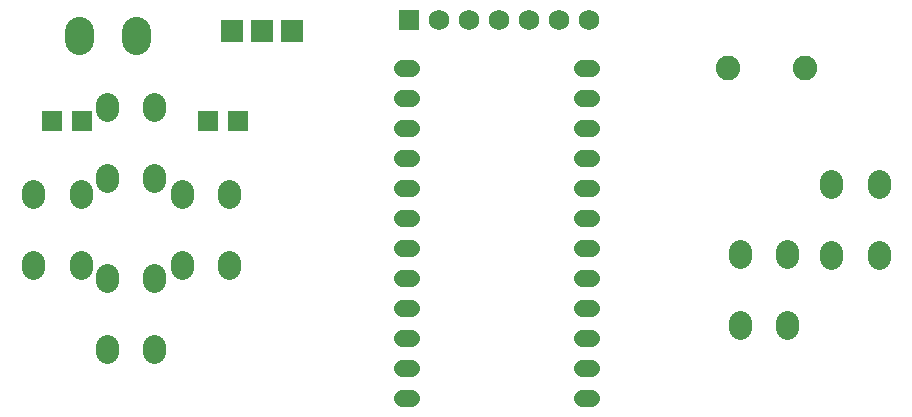
<source format=gts>
G04 ---------------------------- Layer name :TOP SOLDER LAYER*
G04 easyEDA 0.1*
G04 Scale: 100 percent, Rotated: No, Reflected: No *
G04 Dimensions in inches *
G04 leading zeros omitted , absolute positions ,2 integer and 4 * 
%FSLAX24Y24*%
%MOIN*%
G90*
G70D02*

%ADD11C,0.078000*%
%ADD12C,0.058000*%
%ADD13C,0.096582*%
%ADD16R,0.068000X0.068000*%
%ADD17C,0.068000*%
%ADD19R,0.078000X0.078000*%
%ADD20C,0.082000*%

%LPD*%
G54D11*
G01X6400Y8088D02*
G01X6400Y7888D01*
G01X6400Y10450D02*
G01X6400Y10250D01*
G01X4825Y8088D02*
G01X4825Y7888D01*
G01X4825Y10450D02*
G01X4825Y10250D01*
G01X8900Y5188D02*
G01X8900Y4988D01*
G01X8900Y7550D02*
G01X8900Y7350D01*
G01X7325Y5188D02*
G01X7325Y4988D01*
G01X7325Y7550D02*
G01X7325Y7350D01*
G01X6400Y2388D02*
G01X6400Y2188D01*
G01X6400Y4750D02*
G01X6400Y4550D01*
G01X4825Y2388D02*
G01X4825Y2188D01*
G01X4825Y4750D02*
G01X4825Y4550D01*
G01X3950Y5188D02*
G01X3950Y4988D01*
G01X3950Y7550D02*
G01X3950Y7350D01*
G01X2375Y5188D02*
G01X2375Y4988D01*
G01X2375Y7550D02*
G01X2375Y7350D01*
G01X27500Y3188D02*
G01X27500Y2988D01*
G01X27500Y5550D02*
G01X27500Y5350D01*
G01X25925Y3188D02*
G01X25925Y2988D01*
G01X25925Y5550D02*
G01X25925Y5350D01*
G01X30550Y5538D02*
G01X30550Y5338D01*
G01X30550Y7900D02*
G01X30550Y7700D01*
G01X28975Y5538D02*
G01X28975Y5338D01*
G01X28975Y7900D02*
G01X28975Y7700D01*
G54D12*
G01X14950Y11650D02*
G01X14650Y11650D01*
G01X14950Y10650D02*
G01X14650Y10650D01*
G01X14950Y9650D02*
G01X14650Y9650D01*
G01X14950Y8650D02*
G01X14650Y8650D01*
G01X14950Y7650D02*
G01X14650Y7650D01*
G01X14950Y6650D02*
G01X14650Y6650D01*
G01X14950Y5650D02*
G01X14650Y5650D01*
G01X14950Y4650D02*
G01X14650Y4650D01*
G01X14950Y3650D02*
G01X14650Y3650D01*
G01X14950Y2650D02*
G01X14650Y2650D01*
G01X14950Y1650D02*
G01X14650Y1650D01*
G01X14950Y650D02*
G01X14650Y650D01*
G01X20650Y650D02*
G01X20950Y650D01*
G01X20650Y1650D02*
G01X20950Y1650D01*
G01X20650Y2650D02*
G01X20950Y2650D01*
G01X20650Y3650D02*
G01X20950Y3650D01*
G01X20650Y4650D02*
G01X20950Y4650D01*
G01X20650Y5650D02*
G01X20950Y5650D01*
G01X20650Y6650D02*
G01X20950Y6650D01*
G01X20650Y7650D02*
G01X20950Y7650D01*
G01X20650Y8650D02*
G01X20950Y8650D01*
G01X20650Y9650D02*
G01X20950Y9650D01*
G01X20650Y10650D02*
G01X20950Y10650D01*
G01X20650Y11650D02*
G01X20950Y11650D01*
G54D13*
G01X3900Y12602D02*
G01X3900Y12897D01*
G01X5800Y12602D02*
G01X5800Y12897D01*
G54D16*
G01X14900Y13250D03*
G54D17*
G01X15900Y13250D03*
G01X16900Y13250D03*
G01X17900Y13250D03*
G01X18900Y13250D03*
G01X19900Y13250D03*
G01X20900Y13250D03*
G54D19*
G01X11000Y12900D03*
G01X10000Y12900D03*
G01X9000Y12900D03*
G54D20*
G01X25519Y11650D03*
G01X28080Y11650D03*
G54D16*
G01X9200Y9900D03*
G01X3000Y9900D03*
G01X8200Y9900D03*
G01X4000Y9900D03*

M00*
M02*
</source>
